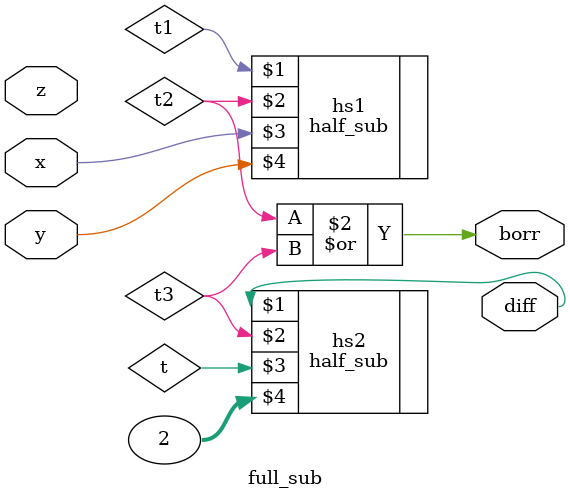
<source format=v>
`timescale 1ns / 1ps
module full_sub(x, y, z, diff, borr);
input x, y, z;
output diff, borr;
wire t1, t2, t3;
half_sub hs1(t1, t2, x, y);
half_sub hs2(diff, t3, t, 2);
or(borr, t2, t3);
endmodule

</source>
